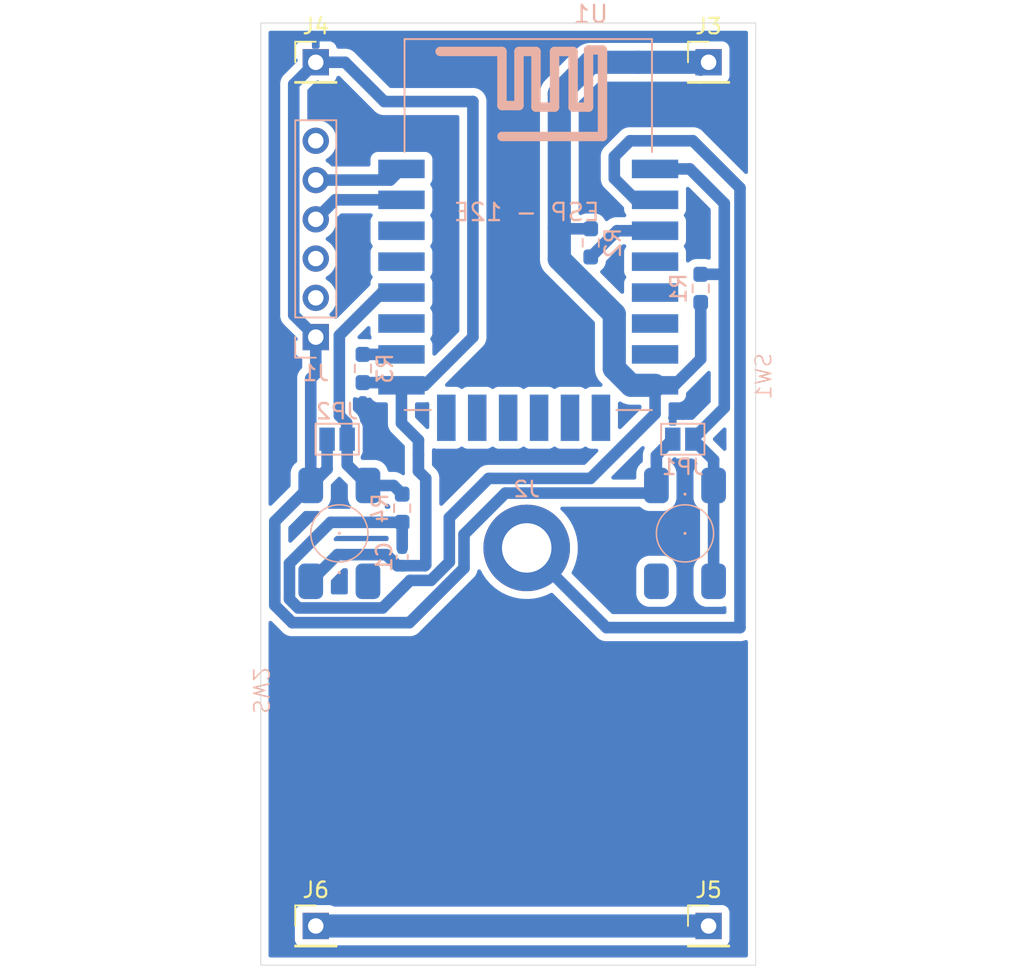
<source format=kicad_pcb>
(kicad_pcb (version 20240108) (generator "pcbnew") (generator_version "8.0")
  (layers (0 "F.Cu" signal) (31 "B.Cu" signal) (34 "B.Paste" user) (35 "F.Paste" user) (36 "B.SilkS" user "B.Silkscreen") (37 "F.SilkS" user "F.Silkscreen") (38 "B.Mask" user) (39 "F.Mask" user) (44 "Edge.Cuts" user))
  (net 0 "")
  (net 1 "Net-(J2-Pin_1)")
  (net 2 "Net-(R2-Pad1)")
  (net 7 "Net-(J1-Pin_5)")
  (net 8 "Net-(J1-Pin_4)")
  (net 12 "Net-(R3-Pad2)")
  (net 19 "Net-(J1-Pin_1)")
  (net 23 "Net-(J5-Pin_1)")
  (net 24 "Net-(JP2-A)")
  (net 25 "Net-(JP1-B)")
  (net 26 "/3V")
  (net 27 "/GND")
  (footprint "Connector_PinHeader_2.54mm:PinHeader_1x01_P2.54mm_Vertical" (layer "F.Cu") (at 111.76 68.58)
    (property "Reference" "J3" (at 0 -2.33 0) (layer "F.SilkS"))
    (property "Value" "B2+")
    (fp_line (start -1.33 -1.33) (end 0 -1.33) (stroke (width 0.12)) (layer "F.SilkS"))
    (fp_line (start -1.33 0) (end -1.33 -1.33) (stroke (width 0.12)) (layer "F.SilkS"))
    (fp_line (start -1.33 1.27) (end -1.33 1.33) (stroke (width 0.12)) (layer "F.SilkS"))
    (fp_line (start -1.33 1.27) (end 1.33 1.27) (stroke (width 0.12)) (layer "F.SilkS"))
    (fp_line (start -1.33 1.33) (end 1.33 1.33) (stroke (width 0.12)) (layer "F.SilkS"))
    (fp_line (start 1.33 1.27) (end 1.33 1.33) (stroke (width 0.12)) (layer "F.SilkS"))
    (pad "1" thru_hole rect (at 0 0) (size 1.7 1.7) (drill 1) (layers "*.Cu" "*.Mask") (net 26 "/3V"))
  )
  (footprint "Connector_PinHeader_2.54mm:PinHeader_1x01_P2.54mm_Vertical" (layer "F.Cu") (at 86.36 68.58)
    (property "Reference" "J4" (at 0 -2.33 0) (layer "F.SilkS"))
    (property "Value" "B1-")
    (fp_line (start -1.33 -1.33) (end 0 -1.33) (stroke (width 0.12)) (layer "F.SilkS"))
    (fp_line (start -1.33 0) (end -1.33 -1.33) (stroke (width 0.12)) (layer "F.SilkS"))
    (fp_line (start -1.33 1.27) (end -1.33 1.33) (stroke (width 0.12)) (layer "F.SilkS"))
    (fp_line (start -1.33 1.27) (end 1.33 1.27) (stroke (width 0.12)) (layer "F.SilkS"))
    (fp_line (start -1.33 1.33) (end 1.33 1.33) (stroke (width 0.12)) (layer "F.SilkS"))
    (fp_line (start 1.33 1.27) (end 1.33 1.33) (stroke (width 0.12)) (layer "F.SilkS"))
    (pad "1" thru_hole rect (at 0 0) (size 1.7 1.7) (drill 1) (layers "*.Cu" "*.Mask") (net 27 "/GND"))
  )
  (footprint "Connector_PinHeader_2.54mm:PinHeader_1x01_P2.54mm_Vertical" (layer "F.Cu") (at 86.36 124.46)
    (property "Reference" "J6" (at 0 -2.33 0) (layer "F.SilkS"))
    (property "Value" "B1+")
    (fp_line (start -1.33 -1.33) (end 0 -1.33) (stroke (width 0.12)) (layer "F.SilkS"))
    (fp_line (start -1.33 0) (end -1.33 -1.33) (stroke (width 0.12)) (layer "F.SilkS"))
    (fp_line (start -1.33 1.27) (end -1.33 1.33) (stroke (width 0.12)) (layer "F.SilkS"))
    (fp_line (start -1.33 1.27) (end 1.33 1.27) (stroke (width 0.12)) (layer "F.SilkS"))
    (fp_line (start -1.33 1.33) (end 1.33 1.33) (stroke (width 0.12)) (layer "F.SilkS"))
    (fp_line (start 1.33 1.27) (end 1.33 1.33) (stroke (width 0.12)) (layer "F.SilkS"))
    (pad "1" thru_hole rect (at 0 0) (size 1.7 1.7) (drill 1) (layers "*.Cu" "*.Mask") (net 23 "Net-(J5-Pin_1)"))
  )
  (footprint "Connector_PinHeader_2.54mm:PinHeader_1x01_P2.54mm_Vertical" (layer "F.Cu") (at 111.76 124.46)
    (property "Reference" "J5" (at 0 -2.33 0) (layer "F.SilkS"))
    (property "Value" "B2-")
    (fp_line (start -1.33 -1.33) (end 0 -1.33) (stroke (width 0.12)) (layer "F.SilkS"))
    (fp_line (start -1.33 0) (end -1.33 -1.33) (stroke (width 0.12)) (layer "F.SilkS"))
    (fp_line (start -1.33 1.27) (end -1.33 1.33) (stroke (width 0.12)) (layer "F.SilkS"))
    (fp_line (start -1.33 1.27) (end 1.33 1.27) (stroke (width 0.12)) (layer "F.SilkS"))
    (fp_line (start -1.33 1.33) (end 1.33 1.33) (stroke (width 0.12)) (layer "F.SilkS"))
    (fp_line (start 1.33 1.27) (end 1.33 1.33) (stroke (width 0.12)) (layer "F.SilkS"))
    (pad "1" thru_hole rect (at 0 0) (size 1.7 1.7) (drill 1) (layers "*.Cu" "*.Mask") (net 23 "Net-(J5-Pin_1)"))
  )
  (footprint "Resistor_SMD:R_0603_1608Metric_Pad0.98x0.95mm_HandSolder" (layer "B.Cu") (at 89.408 88.392 90)
    (property "Reference" "R3" (at 0 1.43 90) (layer "B.SilkS") (effects (justify mirror)))
    (property "Value" "10K")
    (fp_line (start -0.254724 -0.5225) (end 0.254724 -0.5225) (stroke (width 0.12)) (layer "B.SilkS"))
    (fp_line (start -0.254724 0.5225) (end 0.254724 0.5225) (stroke (width 0.12)) (layer "B.SilkS"))
    (pad "1" smd roundrect (at -0.9125 0 90) (size 0.975 0.95) (layers "B.Cu" "B.Paste" "B.Mask") (net 27 "/GND"))
    (pad "2" smd roundrect (at 0.9125 0 90) (size 0.975 0.95) (layers "B.Cu" "B.Paste" "B.Mask") (net 12 "Net-(R3-Pad2)"))
  )
  (footprint "MountingHole:MountingHole_3.2mm_M3_DIN965_Pad" (layer "B.Cu") (at 100 100 180)
    (property "Reference" "J2" (at 0 3.8 0) (layer "B.SilkS") (effects (justify mirror)))
    (property "Value" "Conn_01x01_Pin")
    (pad "1" thru_hole circle (at 0 0 180) (size 5.6 5.6) (drill 3.2) (layers "*.Cu" "*.Mask") (net 1 "Net-(J2-Pin_1)"))
  )
  (footprint "Resistor_SMD:R_0603_1608Metric_Pad0.98x0.95mm_HandSolder" (layer "B.Cu") (at 104.14 80.264 90)
    (property "Reference" "R2" (at 0 1.43 90) (layer "B.SilkS") (effects (justify mirror)))
    (property "Value" "10K")
    (fp_line (start -0.254724 -0.5225) (end 0.254724 -0.5225) (stroke (width 0.12)) (layer "B.SilkS"))
    (fp_line (start -0.254724 0.5225) (end 0.254724 0.5225) (stroke (width 0.12)) (layer "B.SilkS"))
    (pad "1" smd roundrect (at -0.9125 0 90) (size 0.975 0.95) (layers "B.Cu" "B.Paste" "B.Mask") (net 2 "Net-(R2-Pad1)"))
    (pad "2" smd roundrect (at 0.9125 0 90) (size 0.975 0.95) (layers "B.Cu" "B.Paste" "B.Mask") (net 26 "/3V"))
  )
  (footprint "ESP12E:ESP12E-SMD" (layer "B.Cu") (at 100 81.28 180)
    (property "Reference" "U1" (at -4.144 15.8112 0) (layer "B.SilkS") (effects (font (size 1.12 1.12)) (justify mirror)))
    (property "Value" "ESP12E")
    (fp_line (start 7.9 14.2) (end 7.9 6.9) (stroke (width 0.127)) (layer "B.SilkS"))
    (fp_line (start 7.9 -9.8) (end 6.2 -9.8) (stroke (width 0.127)) (layer "B.SilkS"))
    (fp_line (start 1.6 13.4) (end 5.6 13.4) (stroke (width 0.6096)) (layer "B.SilkS"))
    (fp_line (start 1.6 9.9) (end 1.6 13.4) (stroke (width 0.6096)) (layer "B.SilkS"))
    (fp_line (start 0.5 13.4) (end 0.5 9.9) (stroke (width 0.6096)) (layer "B.SilkS"))
    (fp_line (start 0.5 9.9) (end 1.6 9.9) (stroke (width 0.6096)) (layer "B.SilkS"))
    (fp_line (start -0.6 13.4) (end 0.5 13.4) (stroke (width 0.6096)) (layer "B.SilkS"))
    (fp_line (start -0.6 9.8) (end -0.6 13.4) (stroke (width 0.6096)) (layer "B.SilkS"))
    (fp_line (start -1.8 13.4) (end -1.8 9.8) (stroke (width 0.6096)) (layer "B.SilkS"))
    (fp_line (start -1.8 9.8) (end -0.6 9.8) (stroke (width 0.6096)) (layer "B.SilkS"))
    (fp_line (start -3 13.4) (end -1.8 13.4) (stroke (width 0.6096)) (layer "B.SilkS"))
    (fp_line (start -3 9.8) (end -3 13.4) (stroke (width 0.6096)) (layer "B.SilkS"))
    (fp_line (start -4 13.5) (end -4 9.8) (stroke (width 0.6096)) (layer "B.SilkS"))
    (fp_line (start -4 9.8) (end -3 9.8) (stroke (width 0.6096)) (layer "B.SilkS"))
    (fp_line (start -4.9 13.5) (end -4 13.5) (stroke (width 0.6096)) (layer "B.SilkS"))
    (fp_line (start -4.9 8.6) (end -4.9 13.5) (stroke (width 0.6096)) (layer "B.SilkS"))
    (fp_line (start -4.9 8.5) (end -4.9 7.9) (stroke (width 0.6096)) (layer "B.SilkS"))
    (fp_line (start -4.9 7.9) (end 1.6 7.9) (stroke (width 0.6096)) (layer "B.SilkS"))
    (fp_line (start -5.8 -9.8) (end -8.1 -9.8) (stroke (width 0.127)) (layer "B.SilkS"))
    (fp_line (start -8.1 14.2) (end 7.9 14.2) (stroke (width 0.127)) (layer "B.SilkS"))
    (fp_line (start -8.1 6.9) (end -8.1 14.2) (stroke (width 0.127)) (layer "B.SilkS"))
    (fp_text user "ESP - 12E" (at 0 3 0) (layer "B.SilkS") (effects (font (size 1.12 1.12)) (justify mirror)))
    (pad "ADC" smd rect (at -8.3 3.8 180) (size 3 1.2) (layers "B.Cu" "B.Paste" "B.Mask") (net 1 "Net-(J2-Pin_1)"))
    (pad "CH_PD" smd rect (at -8.3 1.8 180) (size 3 1.2) (layers "B.Cu" "B.Paste" "B.Mask") (net 2 "Net-(R2-Pad1)"))
    (pad "CS0" smd rect (at -4.8 -10.3 90) (size 3 1.2) (layers "B.Cu" "B.Paste" "B.Mask"))
    (pad "GND" smd rect (at 8.1 -8.2 180) (size 3 1.2) (layers "B.Cu" "B.Paste" "B.Mask") (net 27 "/GND"))
    (pad "GPIO0" smd rect (at 8.1 -2.2 180) (size 3 1.2) (layers "B.Cu" "B.Paste" "B.Mask") (net 24 "Net-(JP2-A)"))
    (pad "GPIO2" smd rect (at 8.1 -4.2 180) (size 3 1.2) (layers "B.Cu" "B.Paste" "B.Mask"))
    (pad "GPIO4" smd rect (at 8.1 -0.2 180) (size 3 1.2) (layers "B.Cu" "B.Paste" "B.Mask"))
    (pad "GPIO5" smd rect (at 8.1 1.8 180) (size 3 1.2) (layers "B.Cu" "B.Paste" "B.Mask"))
    (pad "GPIO9" smd rect (at -0.8 -10.3 90) (size 3 1.2) (layers "B.Cu" "B.Paste" "B.Mask"))
    (pad "GPIO10" smd rect (at 1.2 -10.3 90) (size 3 1.2) (layers "B.Cu" "B.Paste" "B.Mask"))
    (pad "GPIO12" smd rect (at -8.3 -4.2 180) (size 3 1.2) (layers "B.Cu" "B.Paste" "B.Mask"))
    (pad "GPIO13" smd rect (at -8.3 -6.2 180) (size 3 1.2) (layers "B.Cu" "B.Paste" "B.Mask"))
    (pad "GPIO14" smd rect (at -8.3 -2.2 180) (size 3 1.2) (layers "B.Cu" "B.Paste" "B.Mask"))
    (pad "GPIO15" smd rect (at 8.1 -6.2 180) (size 3 1.2) (layers "B.Cu" "B.Paste" "B.Mask") (net 12 "Net-(R3-Pad2)"))
    (pad "GPIO16" smd rect (at -8.3 -0.2 180) (size 3 1.2) (layers "B.Cu" "B.Paste" "B.Mask"))
    (pad "MISO" smd rect (at -2.8 -10.3 90) (size 3 1.2) (layers "B.Cu" "B.Paste" "B.Mask"))
    (pad "MOSI" smd rect (at 3.2 -10.3 90) (size 3 1.2) (layers "B.Cu" "B.Paste" "B.Mask"))
    (pad "RESET" smd rect (at -8.3 5.8 180) (size 3 1.2) (layers "B.Cu" "B.Paste" "B.Mask") (net 25 "Net-(JP1-B)"))
    (pad "RXD0" smd rect (at 8.1 3.8 180) (size 3 1.2) (layers "B.Cu" "B.Paste" "B.Mask") (net 8 "Net-(J1-Pin_4)"))
    (pad "SCLK" smd rect (at 5.2 -10.3 90) (size 3 1.2) (layers "B.Cu" "B.Paste" "B.Mask"))
    (pad "TXD0" smd rect (at 8.1 5.8 180) (size 3 1.2) (layers "B.Cu" "B.Paste" "B.Mask") (net 7 "Net-(J1-Pin_5)"))
    (pad "VCC" smd rect (at -8.3 -8.2 180) (size 3 1.2) (layers "B.Cu" "B.Paste" "B.Mask") (net 26 "/3V"))
  )
  (footprint "Aliexpress:5mmButton" (layer "B.Cu") (at 87.884 99.06 90)
    (property "Reference" "SW2" (at -10.16 -5.08 -90) (layer "B.SilkS") (effects (font (thickness 0.1)) (justify mirror)))
    (property "Value" "BOOT")
    (fp_circle (center 0 0) (end 1.85 0) (stroke (width 0.1)) (fill none) (layer "B.SilkS"))
    (fp_circle (center 0 0) (end 0 0) (stroke (width 0.1)) (fill none) (layer "B.SilkS"))
    (fp_circle (center -2.54 0) (end -2.54 0) (stroke (width 0.1)) (fill none) (layer "B.SilkS"))
    (pad "1" smd roundrect (at -3.1 1.85 90) (size 2.3 1.6) (layers "B.Cu" "B.Paste" "B.Mask") (net 24 "Net-(JP2-A)"))
    (pad "1" smd roundrect (at 3.1 1.85 90) (size 2.3 1.6) (layers "B.Cu" "B.Paste" "B.Mask") (net 24 "Net-(JP2-A)"))
    (pad "2" smd roundrect (at -3.1 -1.85 90) (size 2.3 1.6) (layers "B.Cu" "B.Paste" "B.Mask") (net 19 "Net-(J1-Pin_1)"))
    (pad "2" smd roundrect (at 3.1 -1.85 90) (size 2.3 1.6) (layers "B.Cu" "B.Paste" "B.Mask") (net 19 "Net-(J1-Pin_1)"))
  )
  (footprint "Jumper:SolderJumper-2_P1.3mm_Open_Pad1.0x1.5mm" (layer "B.Cu") (at 87.742 92.964 180)
    (property "Reference" "JP2" (at 0 1.8 0) (layer "B.SilkS") (effects (justify mirror)))
    (property "Value" "BOOT")
    (fp_line (start 1.4 1) (end 1.4 -1) (stroke (width 0.12)) (layer "B.SilkS"))
    (fp_line (start 1.4 -1) (end -1.4 -1) (stroke (width 0.12)) (layer "B.SilkS"))
    (fp_line (start -1.4 1) (end 1.4 1) (stroke (width 0.12)) (layer "B.SilkS"))
    (fp_line (start -1.4 -1) (end -1.4 1) (stroke (width 0.12)) (layer "B.SilkS"))
    (pad "1" smd rect (at -0.65 0 180) (size 1 1.5) (layers "B.Cu" "B.Mask") (net 24 "Net-(JP2-A)"))
    (pad "2" smd rect (at 0.65 0 180) (size 1 1.5) (layers "B.Cu" "B.Mask") (net 27 "/GND"))
  )
  (footprint "Connector_PinHeader_2.54mm:PinHeader_1x06_P2.54mm_Vertical" (layer "B.Cu") (at 86.36 86.36)
    (property "Reference" "J1" (at 0 2.33 180) (layer "B.SilkS") (effects (justify mirror)))
    (property "Value" "Conn_01x06_Socket")
    (fp_line (start -1.33 -14.03) (end 1.33 -14.03) (stroke (width 0.12)) (layer "B.SilkS"))
    (fp_line (start -1.33 -1.27) (end -1.33 -14.03) (stroke (width 0.12)) (layer "B.SilkS"))
    (fp_line (start -1.33 -1.27) (end 1.33 -1.27) (stroke (width 0.12)) (layer "B.SilkS"))
    (fp_line (start -1.33 0) (end -1.33 1.33) (stroke (width 0.12)) (layer "B.SilkS"))
    (fp_line (start -1.33 1.33) (end 0 1.33) (stroke (width 0.12)) (layer "B.SilkS"))
    (fp_line (start 1.33 -1.27) (end 1.33 -14.03) (stroke (width 0.12)) (layer "B.SilkS"))
    (pad "1" thru_hole rect (at 0 0) (size 1.7 1.7) (drill 1) (layers "*.Cu" "*.Mask") (net 27 "/GND"))
    (pad "2" thru_hole oval (at 0 -2.54) (size 1.7 1.7) (drill 1) (layers "*.Cu" "*.Mask"))
    (pad "3" thru_hole oval (at 0 -5.08) (size 1.7 1.7) (drill 1) (layers "*.Cu" "*.Mask"))
    (pad "4" thru_hole oval (at 0 -7.62) (size 1.7 1.7) (drill 1) (layers "*.Cu" "*.Mask") (net 8 "Net-(J1-Pin_4)"))
    (pad "5" thru_hole oval (at 0 -10.16) (size 1.7 1.7) (drill 1) (layers "*.Cu" "*.Mask") (net 7 "Net-(J1-Pin_5)"))
    (pad "6" thru_hole oval (at 0 -12.7) (size 1.7 1.7) (drill 1) (layers "*.Cu" "*.Mask"))
  )
  (footprint "Resistor_SMD:R_0603_1608Metric_Pad0.98x0.95mm_HandSolder" (layer "B.Cu") (at 111.252 83.2085 -90)
    (property "Reference" "R1" (at 0 1.43 90) (layer "B.SilkS") (effects (justify mirror)))
    (property "Value" "10K")
    (fp_line (start -0.254724 0.5225) (end 0.254724 0.5225) (stroke (width 0.12)) (layer "B.SilkS"))
    (fp_line (start -0.254724 -0.5225) (end 0.254724 -0.5225) (stroke (width 0.12)) (layer "B.SilkS"))
    (pad "1" smd roundrect (at -0.9125 0 270) (size 0.975 0.95) (layers "B.Cu" "B.Paste" "B.Mask") (net 25 "Net-(JP1-B)"))
    (pad "2" smd roundrect (at 0.9125 0 270) (size 0.975 0.95) (layers "B.Cu" "B.Paste" "B.Mask") (net 26 "/3V"))
  )
  (footprint "Aliexpress:5mmButton" (layer "B.Cu") (at 110.236 99.06 -90)
    (property "Reference" "SW1" (at -10.16 -5.08 90) (layer "B.SilkS") (effects (font (thickness 0.1)) (justify mirror)))
    (property "Value" "RST")
    (fp_circle (center -2.54 0) (end -2.54 0) (stroke (width 0.1)) (fill none) (layer "B.SilkS"))
    (fp_circle (center 0 0) (end 0 0) (stroke (width 0.1)) (fill none) (layer "B.SilkS"))
    (fp_circle (center 0 0) (end 1.85 0) (stroke (width 0.1)) (fill none) (layer "B.SilkS"))
    (pad "1" smd roundrect (at -3.1 1.85 270) (size 2.3 1.6) (layers "B.Cu" "B.Paste" "B.Mask") (net 19 "Net-(J1-Pin_1)"))
    (pad "1" smd roundrect (at 3.1 1.85 270) (size 2.3 1.6) (layers "B.Cu" "B.Paste" "B.Mask") (net 19 "Net-(J1-Pin_1)"))
    (pad "2" smd roundrect (at -3.1 -1.85 270) (size 2.3 1.6) (layers "B.Cu" "B.Paste" "B.Mask") (net 25 "Net-(JP1-B)"))
    (pad "2" smd roundrect (at 3.1 -1.85 270) (size 2.3 1.6) (layers "B.Cu" "B.Paste" "B.Mask") (net 25 "Net-(JP1-B)"))
  )
  (footprint "Jumper:SolderJumper-2_P1.3mm_Open_Pad1.0x1.5mm" (layer "B.Cu") (at 110.094 92.964)
    (property "Reference" "JP1" (at 0 1.8 0) (layer "B.SilkS") (effects (justify mirror)))
    (property "Value" "RST")
    (fp_line (start -1.4 -1) (end -1.4 1) (stroke (width 0.12)) (layer "B.SilkS"))
    (fp_line (start -1.4 1) (end 1.4 1) (stroke (width 0.12)) (layer "B.SilkS"))
    (fp_line (start 1.4 -1) (end -1.4 -1) (stroke (width 0.12)) (layer "B.SilkS"))
    (fp_line (start 1.4 1) (end 1.4 -1) (stroke (width 0.12)) (layer "B.SilkS"))
    (pad "1" smd rect (at -0.65 0) (size 1 1.5) (layers "B.Cu" "B.Mask") (net 27 "/GND"))
    (pad "2" smd rect (at 0.65 0) (size 1 1.5) (layers "B.Cu" "B.Mask") (net 25 "Net-(JP1-B)"))
  )
  (footprint "Resistor_SMD:R_0603_1608Metric_Pad0.98x0.95mm_HandSolder" (layer "B.Cu") (at 91.948 97.4325 -90)
    (property "Reference" "R4" (at 0 1.43 90) (layer "B.SilkS") (effects (justify mirror)))
    (property "Value" "10K")
    (fp_line (start -0.254724 0.5225) (end 0.254724 0.5225) (stroke (width 0.12)) (layer "B.SilkS"))
    (fp_line (start -0.254724 -0.5225) (end 0.254724 -0.5225) (stroke (width 0.12)) (layer "B.SilkS"))
    (pad "1" smd roundrect (at -0.9125 0 270) (size 0.975 0.95) (layers "B.Cu" "B.Paste" "B.Mask") (net 24 "Net-(JP2-A)"))
    (pad "2" smd roundrect (at 0.9125 0 270) (size 0.975 0.95) (layers "B.Cu" "B.Paste" "B.Mask") (net 26 "/3V"))
  )
  (footprint "Capacitor_SMD:C_0402_1005Metric_Pad0.74x0.62mm_HandSolder" (layer "B.Cu") (at 91.948 100.584 -90)
    (property "Reference" "C1" (at 0 1.16 90) (layer "B.SilkS") (effects (justify mirror)))
    (property "Value" "100uF")
    (fp_line (start -0.115835 0.36) (end 0.115835 0.36) (stroke (width 0.12)) (layer "B.SilkS"))
    (fp_line (start -0.115835 -0.36) (end 0.115835 -0.36) (stroke (width 0.12)) (layer "B.SilkS"))
    (pad "1" smd roundrect (at -0.5675 0 270) (size 0.735 0.62) (layers "B.Cu" "B.Paste" "B.Mask") (net 26 "/3V"))
    (pad "2" smd roundrect (at 0.5675 0 270) (size 0.735 0.62) (layers "B.Cu" "B.Paste" "B.Mask") (net 27 "/GND"))
  )
  (gr_poly (pts (xy 114.808 127) (xy 82.804 127) (xy 82.804 66.04) (xy 114.808 66.04)) (stroke (width 0.05)) (fill none) (layer "Edge.Cuts"))
  (segment (start 110.744 73.66) (end 113.792 76.708) (width 0.75) (layer "B.Cu") (net 1))
  (segment (start 105.664 74.676) (end 106.68 73.66) (width 0.75) (layer "B.Cu") (net 1))
  (segment (start 113.792 76.708) (end 113.792 105.156) (width 0.75) (layer "B.Cu") (net 1))
  (segment (start 108.3 77.48) (end 107.05 77.48) (width 0.75) (layer "B.Cu") (net 1))
  (segment (start 106.68 73.66) (end 110.744 73.66) (width 0.75) (layer "B.Cu") (net 1))
  (segment (start 105.664 76.094) (end 105.664 74.676) (width 0.75) (layer "B.Cu") (net 1))
  (segment (start 105.156 105.156) (end 100 100) (width 0.75) (layer "B.Cu") (net 1))
  (segment (start 107.05 77.48) (end 105.664 76.094) (width 0.75) (layer "B.Cu") (net 1))
  (segment (start 113.792 105.156) (end 105.156 105.156) (width 0.75) (layer "B.Cu") (net 1))
  (segment (start 105.8365 79.48) (end 108.3 79.48) (width 0.75) (layer "B.Cu") (net 2))
  (segment (start 104.14 81.1765) (end 105.8365 79.48) (width 0.75) (layer "B.Cu") (net 2))
  (segment (start 86.36 76.2) (end 91.18 76.2) (width 0.75) (layer "B.Cu") (net 7))
  (segment (start 91.18 76.2) (end 91.9 75.48) (width 0.75) (layer "B.Cu") (net 7))
  (segment (start 86.36 78.74) (end 87.62 77.48) (width 0.75) (layer "B.Cu") (net 8))
  (segment (start 87.62 77.48) (end 91.9 77.48) (width 0.75) (layer "B.Cu") (net 8))
  (segment (start 89.408 87.4795) (end 91.8995 87.4795) (width 0.75) (layer "B.Cu") (net 12))
  (segment (start 91.8995 87.4795) (end 91.9 87.48) (width 0.75) (layer "B.Cu") (net 12))
  (segment (start 91.9 89.48) (end 91.9 91.93) (width 0.75) (layer "B.Cu") (net 19))
  (segment (start 92.416004 104.835) (end 84.836637 104.835) (width 0.75) (layer "B.Cu") (net 19))
  (segment (start 108.386 94.022) (end 109.444 92.964) (width 0.75) (layer "B.Cu") (net 19))
  (segment (start 86.36 86.36) (end 84.935 84.935) (width 0.75) (layer "B.Cu") (net 19))
  (segment (start 91.638 101.1515) (end 90.9215 100.435) (width 0.75) (layer "B.Cu") (net 19))
  (segment (start 108.386 95.96) (end 107.892 96.454) (width 0.75) (layer "B.Cu") (net 19))
  (segment (start 107.892 96.454) (end 98.618 96.454) (width 0.75) (layer "B.Cu") (net 19))
  (segment (start 93.4125 101.1515) (end 91.948 101.1515) (width 0.75) (layer "B.Cu") (net 19))
  (segment (start 83.709 103.707362) (end 83.709 98.285) (width 0.75) (layer "B.Cu") (net 19))
  (segment (start 108.386 95.96) (end 108.386 94.488) (width 0.75) (layer "B.Cu") (net 19))
  (segment (start 84.935 70.005) (end 86.36 68.58) (width 0.75) (layer "B.Cu") (net 19))
  (segment (start 86.36 86.36) (end 86.36 88.719502) (width 0.75) (layer "B.Cu") (net 19))
  (segment (start 91.9 91.93) (end 92.998 93.028) (width 0.75) (layer "B.Cu") (net 19))
  (segment (start 89.408 89.3045) (end 91.7245 89.3045) (width 0.75) (layer "B.Cu") (net 19))
  (segment (start 90.9215 100.435) (end 87.759 100.435) (width 0.75) (layer "B.Cu") (net 19))
  (segment (start 87.759 100.435) (end 86.034 102.16) (width 0.75) (layer "B.Cu") (net 19))
  (segment (start 86.36 88.719502) (end 86.034 89.045502) (width 0.75) (layer "B.Cu") (net 19))
  (segment (start 87.092 94.902) (end 86.034 95.96) (width 0.75) (layer "B.Cu") (net 19))
  (segment (start 84.935 84.935) (end 84.935 70.005) (width 0.75) (layer "B.Cu") (net 19))
  (segment (start 93.4 89.48) (end 91.9 89.48) (width 0.75) (layer "B.Cu") (net 19))
  (segment (start 98.618 96.454) (end 95.946 99.126) (width 0.75) (layer "B.Cu") (net 19))
  (segment (start 86.36 68.58) (end 88.25 68.58) (width 0.75) (layer "B.Cu") (net 19))
  (segment (start 86.034 89.045502) (end 86.034 95.96) (width 0.75) (layer "B.Cu") (net 19))
  (segment (start 108.386 94.488) (end 108.386 94.022) (width 0.75) (layer "B.Cu") (net 19))
  (segment (start 95.946 99.126) (end 95.946 101.305004) (width 0.75) (layer "B.Cu") (net 19))
  (segment (start 84.836637 104.835) (end 83.709 103.707362) (width 0.75) (layer "B.Cu") (net 19))
  (segment (start 96.52 71.12) (end 96.52 86.36) (width 0.75) (layer "B.Cu") (net 19))
  (segment (start 91.948 101.1515) (end 91.638 101.1515) (width 0.75) (layer "B.Cu") (net 19))
  (segment (start 88.25 68.58) (end 90.79 71.12) (width 0.75) (layer "B.Cu") (net 19))
  (segment (start 87.092 92.964) (end 87.092 94.902) (width 0.75) (layer "B.Cu") (net 19))
  (segment (start 92.998 93.98) (end 92.998 95.03) (width 0.75) (layer "B.Cu") (net 19))
  (segment (start 90.79 71.12) (end 96.52 71.12) (width 0.75) (layer "B.Cu") (net 19))
  (segment (start 96.52 86.36) (end 93.4 89.48) (width 0.75) (layer "B.Cu") (net 19))
  (segment (start 93.472 101.092) (end 93.4125 101.1515) (width 0.75) (layer "B.Cu") (net 19))
  (segment (start 91.7245 89.3045) (end 91.9 89.48) (width 0.75) (layer "B.Cu") (net 19))
  (segment (start 95.946 101.305004) (end 92.416004 104.835) (width 0.75) (layer "B.Cu") (net 19))
  (segment (start 83.709 98.285) (end 86.034 95.96) (width 0.75) (layer "B.Cu") (net 19))
  (segment (start 92.998 95.03) (end 93.472 95.504) (width 0.75) (layer "B.Cu") (net 19))
  (segment (start 93.472 95.504) (end 93.472 101.092) (width 0.75) (layer "B.Cu") (net 19))
  (segment (start 92.998 93.028) (end 92.998 93.98) (width 0.75) (layer "B.Cu") (net 19))
  (segment (start 86.36 124.46) (end 111.76 124.46) (width 1.5) (layer "B.Cu") (net 23))
  (segment (start 91.9 83.48) (end 90.65 83.48) (width 0.75) (layer "B.Cu") (net 24))
  (segment (start 88.358 91.914) (end 88.358 92.93) (width 0.75) (layer "B.Cu") (net 24))
  (segment (start 89.408 102.486) (end 89.734 102.16) (width 0.75) (layer "B.Cu") (net 24))
  (segment (start 88.392 94.618) (end 89.734 95.96) (width 0.75) (layer "B.Cu") (net 24))
  (segment (start 88.358 92.93) (end 88.392 92.964) (width 0.75) (layer "B.Cu") (net 24))
  (segment (start 91.388 95.96) (end 91.948 96.52) (width 0.75) (layer "B.Cu") (net 24))
  (segment (start 89.734 95.96) (end 91.388 95.96) (width 0.75) (layer "B.Cu") (net 24))
  (segment (start 90.65 83.48) (end 87.884 86.246) (width 0.75) (layer "B.Cu") (net 24))
  (segment (start 88.392 92.964) (end 88.392 94.618) (width 0.75) (layer "B.Cu") (net 24))
  (segment (start 87.884 86.246) (end 87.884 91.44) (width 0.75) (layer "B.Cu") (net 24))
  (segment (start 87.884 91.44) (end 88.358 91.914) (width 0.75) (layer "B.Cu") (net 24))
  (segment (start 112.776 82.296) (end 112.776 77.706) (width 0.75) (layer "B.Cu") (net 25))
  (segment (start 112.776 90.932) (end 112.776 82.296) (width 0.75) (layer "B.Cu") (net 25))
  (segment (start 110.744 92.964) (end 112.776 90.932) (width 0.75) (layer "B.Cu") (net 25))
  (segment (start 110.55 75.48) (end 108.3 75.48) (width 0.75) (layer "B.Cu") (net 25))
  (segment (start 112.776 77.706) (end 110.55 75.48) (width 0.75) (layer "B.Cu") (net 25))
  (segment (start 112.086 95.96) (end 112.086 94.306) (width 0.75) (layer "B.Cu") (net 25))
  (segment (start 112.086 102.16) (end 112.086 95.96) (width 0.75) (layer "B.Cu") (net 25))
  (segment (start 112.086 94.306) (end 110.744 92.964) (width 0.75) (layer "B.Cu") (net 25))
  (segment (start 111.252 82.296) (end 112.776 82.296) (width 0.75) (layer "B.Cu") (net 25))
  (segment (start 108.3 91.33) (end 104.126 95.504) (width 0.75) (layer "B.Cu") (net 26))
  (segment (start 102.108 79.248) (end 102.108 81.31796) (width 1.5) (layer "B.Cu") (net 26))
  (segment (start 111.252 84.121) (end 111.252 87.778) (width 0.75) (layer "B.Cu") (net 26))
  (segment (start 93.806002 102.1015) (end 92.4625 102.1015) (width 0.75) (layer "B.Cu") (net 26))
  (segment (start 106.752 89.48) (end 108.3 89.48) (width 1.5) (layer "B.Cu") (net 26))
  (segment (start 92.4625 102.1015) (end 90.679 103.885) (width 0.75) (layer "B.Cu") (net 26))
  (segment (start 84.659 101.00614) (end 87.32014 98.345) (width 0.75) (layer "B.Cu") (net 26))
  (segment (start 85.23014 103.885) (end 84.659 103.31386) (width 0.75) (layer "B.Cu") (net 26))
  (segment (start 94.996 100.911502) (end 93.806002 102.1015) (width 0.75) (layer "B.Cu") (net 26))
  (segment (start 104.14 79.3515) (end 102.2115 79.3515) (width 0.75) (layer "B.Cu") (net 26))
  (segment (start 111.76 68.58) (end 107.188 68.58) (width 1.5) (layer "B.Cu") (net 26))
  (segment (start 104.14 68.58) (end 102.108 70.612) (width 1.5) (layer "B.Cu") (net 26))
  (segment (start 108.3 89.48) (end 108.3 91.33) (width 0.75) (layer "B.Cu") (net 26))
  (segment (start 87.32014 98.345) (end 91.948 98.345) (width 0.75) (layer "B.Cu") (net 26))
  (segment (start 90.679 103.885) (end 85.23014 103.885) (width 0.75) (layer "B.Cu") (net 26))
  (segment (start 105.664 88.392) (end 106.752 89.48) (width 1.5) (layer "B.Cu") (net 26))
  (segment (start 107.188 68.58) (end 104.14 68.58) (width 1.5) (layer "B.Cu") (net 26))
  (segment (start 91.948 98.345) (end 91.948 100.0165) (width 0.75) (layer "B.Cu") (net 26))
  (segment (start 105.664 84.87396) (end 105.664 88.392) (width 1.5) (layer "B.Cu") (net 26))
  (segment (start 84.659 103.31386) (end 84.659 101.00614) (width 0.75) (layer "B.Cu") (net 26))
  (segment (start 102.108 81.31796) (end 105.664 84.87396) (width 1.5) (layer "B.Cu") (net 26))
  (segment (start 97.536 95.504) (end 94.996 98.044) (width 0.75) (layer "B.Cu") (net 26))
  (segment (start 94.996 98.044) (end 94.996 100.911502) (width 0.75) (layer "B.Cu") (net 26))
  (segment (start 102.108 70.612) (end 102.108 79.248) (width 1.5) (layer "B.Cu") (net 26))
  (segment (start 109.55 89.48) (end 108.3 89.48) (width 0.75) (layer "B.Cu") (net 26))
  (segment (start 102.2115 79.3515) (end 102.108 79.248) (width 0.75) (layer "B.Cu") (net 26))
  (segment (start 111.252 69.088) (end 111.76 68.58) (width 0.75) (layer "B.Cu") (net 26))
  (segment (start 104.126 95.504) (end 97.536 95.504) (width 0.75) (layer "B.Cu") (net 26))
  (segment (start 111.252 87.778) (end 109.55 89.48) (width 0.75) (layer "B.Cu") (net 26))
  (zone (net 27) (net_name "/GND") (layer "B.Cu") (connect_pads (clearance 0.5)) (min_thickness 0.25) (fill yes (thermal_gap 0.5) (thermal_bridge_width 0.5))
    (polygon (pts (xy 82.804 66.04) (xy 114.808 66.04) (xy 114.808 127) (xy 82.804 127)))
  )
)
</source>
